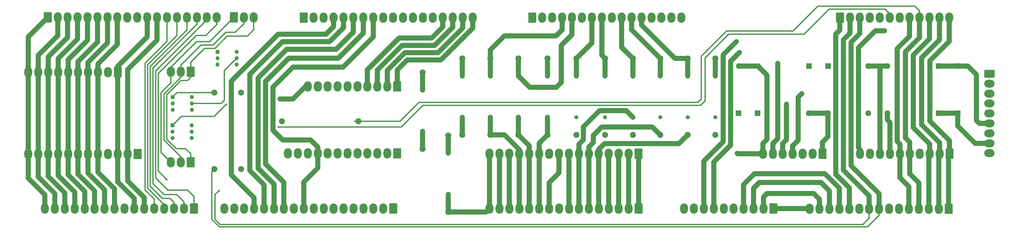
<source format=gbl>
G04 #@! TF.GenerationSoftware,KiCad,Pcbnew,5.1.12-84ad8e8a86~92~ubuntu20.04.1*
G04 #@! TF.CreationDate,2022-03-17T08:21:24-04:00*
G04 #@! TF.ProjectId,sys11-interconnect,73797331-312d-4696-9e74-6572636f6e6e,1.1*
G04 #@! TF.SameCoordinates,Original*
G04 #@! TF.FileFunction,Copper,L2,Bot*
G04 #@! TF.FilePolarity,Positive*
%FSLAX46Y46*%
G04 Gerber Fmt 4.6, Leading zero omitted, Abs format (unit mm)*
G04 Created by KiCad (PCBNEW 5.1.12-84ad8e8a86~92~ubuntu20.04.1) date 2022-03-17 08:21:24*
%MOMM*%
%LPD*%
G01*
G04 APERTURE LIST*
G04 #@! TA.AperFunction,ComponentPad*
%ADD10O,2.400000X2.400000*%
G04 #@! TD*
G04 #@! TA.AperFunction,ComponentPad*
%ADD11C,2.400000*%
G04 #@! TD*
G04 #@! TA.AperFunction,ComponentPad*
%ADD12O,1.600000X1.600000*%
G04 #@! TD*
G04 #@! TA.AperFunction,ComponentPad*
%ADD13C,1.600000*%
G04 #@! TD*
G04 #@! TA.AperFunction,ComponentPad*
%ADD14C,2.300000*%
G04 #@! TD*
G04 #@! TA.AperFunction,ComponentPad*
%ADD15R,2.300000X2.300000*%
G04 #@! TD*
G04 #@! TA.AperFunction,ComponentPad*
%ADD16R,1.600000X1.600000*%
G04 #@! TD*
G04 #@! TA.AperFunction,ComponentPad*
%ADD17O,3.160000X4.100000*%
G04 #@! TD*
G04 #@! TA.AperFunction,ComponentPad*
%ADD18O,4.100000X3.160000*%
G04 #@! TD*
G04 #@! TA.AperFunction,ViaPad*
%ADD19C,0.800000*%
G04 #@! TD*
G04 #@! TA.AperFunction,Conductor*
%ADD20C,2.000000*%
G04 #@! TD*
G04 #@! TA.AperFunction,Conductor*
%ADD21C,0.500000*%
G04 #@! TD*
G04 APERTURE END LIST*
D10*
X127190500Y-114681000D03*
D11*
X157670500Y-114681000D03*
D12*
X299974000Y-96662000D03*
D13*
X299974000Y-113142000D03*
D10*
X299974000Y-89662000D03*
D11*
X299974000Y-120142000D03*
D12*
X288925000Y-96662000D03*
D13*
X288925000Y-113142000D03*
D10*
X288925000Y-89662000D03*
D11*
X288925000Y-120142000D03*
D12*
X278003000Y-96662000D03*
D13*
X278003000Y-113142000D03*
D10*
X278003000Y-89662000D03*
D11*
X278003000Y-120142000D03*
D12*
X267081000Y-96662000D03*
D13*
X267081000Y-113142000D03*
D10*
X267081000Y-89662000D03*
D11*
X267081000Y-120142000D03*
D12*
X256032000Y-96662000D03*
D13*
X256032000Y-113142000D03*
D10*
X256032000Y-89662000D03*
D11*
X256032000Y-120142000D03*
D12*
X244602000Y-96662000D03*
D13*
X244602000Y-113142000D03*
D10*
X244602000Y-89662000D03*
D11*
X244602000Y-120142000D03*
D12*
X233045000Y-96662000D03*
D13*
X233045000Y-113142000D03*
D10*
X233045000Y-89662000D03*
D11*
X233045000Y-120142000D03*
D12*
X221488000Y-96662000D03*
D13*
X221488000Y-113142000D03*
D10*
X221488000Y-89662000D03*
D11*
X221488000Y-120142000D03*
D12*
X210312000Y-96662000D03*
D13*
X210312000Y-113142000D03*
D10*
X210312000Y-89662000D03*
D11*
X210312000Y-120142000D03*
D12*
X199136000Y-96662000D03*
D13*
X199136000Y-113142000D03*
D10*
X199136000Y-89662000D03*
D11*
X199136000Y-120142000D03*
D12*
X183261000Y-102250000D03*
D13*
X183261000Y-118730000D03*
D10*
X183261000Y-95250000D03*
D11*
X183261000Y-125730000D03*
D12*
X193548000Y-127396000D03*
D13*
X193548000Y-143876000D03*
D10*
X193548000Y-120396000D03*
D11*
X193548000Y-150876000D03*
D14*
X337185000Y-111506000D03*
D15*
X316825000Y-111506000D03*
D14*
X344805000Y-111506000D03*
D15*
X309205000Y-111506000D03*
D14*
X368534000Y-111506000D03*
D15*
X388894000Y-111506000D03*
D14*
X360914000Y-111506000D03*
D15*
X396514000Y-111506000D03*
D14*
X316952000Y-92710000D03*
D15*
X337312000Y-92710000D03*
D14*
X309332000Y-92710000D03*
D15*
X344932000Y-92710000D03*
D14*
X368534000Y-92710000D03*
D15*
X388894000Y-92710000D03*
D14*
X360914000Y-92710000D03*
D15*
X396514000Y-92710000D03*
D12*
X126428500Y-105791000D03*
D13*
X126428500Y-93091000D03*
D12*
X131635500Y-105791000D03*
D13*
X131635500Y-93091000D03*
D12*
X91249500Y-116332000D03*
X83629500Y-121412000D03*
X91249500Y-118872000D03*
X83629500Y-118872000D03*
X91249500Y-121412000D03*
D16*
X83629500Y-116332000D03*
D12*
X91313000Y-105029000D03*
X83693000Y-110109000D03*
X91313000Y-107569000D03*
X83693000Y-107569000D03*
X91313000Y-110109000D03*
D16*
X83693000Y-105029000D03*
D12*
X109220000Y-86995000D03*
X101600000Y-92075000D03*
X109220000Y-89535000D03*
X101600000Y-89535000D03*
X109220000Y-92075000D03*
D16*
X101600000Y-86995000D03*
D10*
X110934500Y-103314500D03*
D11*
X110934500Y-133794500D03*
D10*
X100266500Y-103314500D03*
D11*
X100266500Y-133794500D03*
D17*
X137524500Y-100838000D03*
X141484500Y-100838000D03*
X145444500Y-100838000D03*
X149404500Y-100838000D03*
X153364500Y-100838000D03*
X157324500Y-100838000D03*
X161284500Y-100838000D03*
X165244500Y-100838000D03*
X169204500Y-100838000D03*
G04 #@! TA.AperFunction,ComponentPad*
G36*
G01*
X174744500Y-99038000D02*
X174744500Y-102638000D01*
G75*
G02*
X174494500Y-102888000I-250000J0D01*
G01*
X171834500Y-102888000D01*
G75*
G02*
X171584500Y-102638000I0J250000D01*
G01*
X171584500Y-99038000D01*
G75*
G02*
X171834500Y-98788000I250000J0D01*
G01*
X174494500Y-98788000D01*
G75*
G02*
X174744500Y-99038000I0J-250000D01*
G01*
G37*
G04 #@! TD.AperFunction*
X32766000Y-149479000D03*
X36726000Y-149479000D03*
X40686000Y-149479000D03*
X44646000Y-149479000D03*
X48606000Y-149479000D03*
X52566000Y-149479000D03*
X56526000Y-149479000D03*
X60486000Y-149479000D03*
X64446000Y-149479000D03*
X68406000Y-149479000D03*
X72366000Y-149479000D03*
X76326000Y-149479000D03*
X80286000Y-149479000D03*
X84246000Y-149479000D03*
X88206000Y-149479000D03*
G04 #@! TA.AperFunction,ComponentPad*
G36*
G01*
X93746000Y-147679000D02*
X93746000Y-151279000D01*
G75*
G02*
X93496000Y-151529000I-250000J0D01*
G01*
X90836000Y-151529000D01*
G75*
G02*
X90586000Y-151279000I0J250000D01*
G01*
X90586000Y-147679000D01*
G75*
G02*
X90836000Y-147429000I250000J0D01*
G01*
X93496000Y-147429000D01*
G75*
G02*
X93746000Y-147679000I0J-250000D01*
G01*
G37*
G04 #@! TD.AperFunction*
X26163000Y-127762000D03*
X30123000Y-127762000D03*
X34083000Y-127762000D03*
X38043000Y-127762000D03*
X42003000Y-127762000D03*
X45963000Y-127762000D03*
X49923000Y-127762000D03*
X53883000Y-127762000D03*
X57843000Y-127762000D03*
X61803000Y-127762000D03*
X65763000Y-127762000D03*
G04 #@! TA.AperFunction,ComponentPad*
G36*
G01*
X71303000Y-125962000D02*
X71303000Y-129562000D01*
G75*
G02*
X71053000Y-129812000I-250000J0D01*
G01*
X68393000Y-129812000D01*
G75*
G02*
X68143000Y-129562000I0J250000D01*
G01*
X68143000Y-125962000D01*
G75*
G02*
X68393000Y-125712000I250000J0D01*
G01*
X71053000Y-125712000D01*
G75*
G02*
X71303000Y-125962000I0J-250000D01*
G01*
G37*
G04 #@! TD.AperFunction*
X26162000Y-95123000D03*
X30122000Y-95123000D03*
X34082000Y-95123000D03*
X38042000Y-95123000D03*
X42002000Y-95123000D03*
X45962000Y-95123000D03*
X49922000Y-95123000D03*
X53882000Y-95123000D03*
X57842000Y-95123000D03*
G04 #@! TA.AperFunction,ComponentPad*
G36*
G01*
X63382000Y-93323000D02*
X63382000Y-96923000D01*
G75*
G02*
X63132000Y-97173000I-250000J0D01*
G01*
X60472000Y-97173000D01*
G75*
G02*
X60222000Y-96923000I0J250000D01*
G01*
X60222000Y-93323000D01*
G75*
G02*
X60472000Y-93073000I250000J0D01*
G01*
X63132000Y-93073000D01*
G75*
G02*
X63382000Y-93323000I0J-250000D01*
G01*
G37*
G04 #@! TD.AperFunction*
X82948500Y-131064000D03*
X86908500Y-131064000D03*
G04 #@! TA.AperFunction,ComponentPad*
G36*
G01*
X92448500Y-129264000D02*
X92448500Y-132864000D01*
G75*
G02*
X92198500Y-133114000I-250000J0D01*
G01*
X89538500Y-133114000D01*
G75*
G02*
X89288500Y-132864000I0J250000D01*
G01*
X89288500Y-129264000D01*
G75*
G02*
X89538500Y-129014000I250000J0D01*
G01*
X92198500Y-129014000D01*
G75*
G02*
X92448500Y-129264000I0J-250000D01*
G01*
G37*
G04 #@! TD.AperFunction*
X82948500Y-94996000D03*
X86908500Y-94996000D03*
G04 #@! TA.AperFunction,ComponentPad*
G36*
G01*
X92448500Y-93196000D02*
X92448500Y-96796000D01*
G75*
G02*
X92198500Y-97046000I-250000J0D01*
G01*
X89538500Y-97046000D01*
G75*
G02*
X89288500Y-96796000I0J250000D01*
G01*
X89288500Y-93196000D01*
G75*
G02*
X89538500Y-92946000I250000J0D01*
G01*
X92198500Y-92946000D01*
G75*
G02*
X92448500Y-93196000I0J-250000D01*
G01*
G37*
G04 #@! TD.AperFunction*
X104257000Y-149479000D03*
X108217000Y-149479000D03*
X112177000Y-149479000D03*
X116137000Y-149479000D03*
X120097000Y-149479000D03*
X124057000Y-149479000D03*
X128017000Y-149479000D03*
X131977000Y-149479000D03*
X135937000Y-149479000D03*
X139897000Y-149479000D03*
X143857000Y-149479000D03*
X147817000Y-149479000D03*
X151777000Y-149479000D03*
X155737000Y-149479000D03*
X159697000Y-149479000D03*
X163657000Y-149479000D03*
X167617000Y-149479000D03*
G04 #@! TA.AperFunction,ComponentPad*
G36*
G01*
X173157000Y-147679000D02*
X173157000Y-151279000D01*
G75*
G02*
X172907000Y-151529000I-250000J0D01*
G01*
X170247000Y-151529000D01*
G75*
G02*
X169997000Y-151279000I0J250000D01*
G01*
X169997000Y-147679000D01*
G75*
G02*
X170247000Y-147429000I250000J0D01*
G01*
X172907000Y-147429000D01*
G75*
G02*
X173157000Y-147679000I0J-250000D01*
G01*
G37*
G04 #@! TD.AperFunction*
X129604500Y-127508000D03*
X133564500Y-127508000D03*
X137524500Y-127508000D03*
X141484500Y-127508000D03*
X145444500Y-127508000D03*
X149404500Y-127508000D03*
X153364500Y-127508000D03*
X157324500Y-127508000D03*
X161284500Y-127508000D03*
X165244500Y-127508000D03*
X169204500Y-127508000D03*
G04 #@! TA.AperFunction,ComponentPad*
G36*
G01*
X174744500Y-125708000D02*
X174744500Y-129308000D01*
G75*
G02*
X174494500Y-129558000I-250000J0D01*
G01*
X171834500Y-129558000D01*
G75*
G02*
X171584500Y-129308000I0J250000D01*
G01*
X171584500Y-125708000D01*
G75*
G02*
X171834500Y-125458000I250000J0D01*
G01*
X174494500Y-125458000D01*
G75*
G02*
X174744500Y-125708000I0J-250000D01*
G01*
G37*
G04 #@! TD.AperFunction*
X209967000Y-149479000D03*
X213927000Y-149479000D03*
X217887000Y-149479000D03*
X221847000Y-149479000D03*
X225807000Y-149479000D03*
X229767000Y-149479000D03*
X233727000Y-149479000D03*
X237687000Y-149479000D03*
X241647000Y-149479000D03*
X245607000Y-149479000D03*
X249567000Y-149479000D03*
X253527000Y-149479000D03*
X257487000Y-149479000D03*
X261447000Y-149479000D03*
X265407000Y-149479000D03*
G04 #@! TA.AperFunction,ComponentPad*
G36*
G01*
X270947000Y-147679000D02*
X270947000Y-151279000D01*
G75*
G02*
X270697000Y-151529000I-250000J0D01*
G01*
X268037000Y-151529000D01*
G75*
G02*
X267787000Y-151279000I0J250000D01*
G01*
X267787000Y-147679000D01*
G75*
G02*
X268037000Y-147429000I250000J0D01*
G01*
X270697000Y-147429000D01*
G75*
G02*
X270947000Y-147679000I0J-250000D01*
G01*
G37*
G04 #@! TD.AperFunction*
X209931000Y-127635000D03*
X213891000Y-127635000D03*
X217851000Y-127635000D03*
X221811000Y-127635000D03*
X225771000Y-127635000D03*
X229731000Y-127635000D03*
X233691000Y-127635000D03*
X237651000Y-127635000D03*
X241611000Y-127635000D03*
X245571000Y-127635000D03*
X249531000Y-127635000D03*
X253491000Y-127635000D03*
X257451000Y-127635000D03*
X261411000Y-127635000D03*
X265371000Y-127635000D03*
G04 #@! TA.AperFunction,ComponentPad*
G36*
G01*
X270911000Y-125835000D02*
X270911000Y-129435000D01*
G75*
G02*
X270661000Y-129685000I-250000J0D01*
G01*
X268001000Y-129685000D01*
G75*
G02*
X267751000Y-129435000I0J250000D01*
G01*
X267751000Y-125835000D01*
G75*
G02*
X268001000Y-125585000I250000J0D01*
G01*
X270661000Y-125585000D01*
G75*
G02*
X270911000Y-125835000I0J-250000D01*
G01*
G37*
G04 #@! TD.AperFunction*
X287448000Y-149479000D03*
X291408000Y-149479000D03*
X295368000Y-149479000D03*
X299328000Y-149479000D03*
X303288000Y-149479000D03*
X307248000Y-149479000D03*
X311208000Y-149479000D03*
X315168000Y-149479000D03*
X319128000Y-149479000D03*
G04 #@! TA.AperFunction,ComponentPad*
G36*
G01*
X324668000Y-147679000D02*
X324668000Y-151279000D01*
G75*
G02*
X324418000Y-151529000I-250000J0D01*
G01*
X321758000Y-151529000D01*
G75*
G02*
X321508000Y-151279000I0J250000D01*
G01*
X321508000Y-147679000D01*
G75*
G02*
X321758000Y-147429000I250000J0D01*
G01*
X324418000Y-147429000D01*
G75*
G02*
X324668000Y-147679000I0J-250000D01*
G01*
G37*
G04 #@! TD.AperFunction*
X318886000Y-127635000D03*
X322846000Y-127635000D03*
X326806000Y-127635000D03*
X330766000Y-127635000D03*
X334726000Y-127635000D03*
X338686000Y-127635000D03*
G04 #@! TA.AperFunction,ComponentPad*
G36*
G01*
X344226000Y-125835000D02*
X344226000Y-129435000D01*
G75*
G02*
X343976000Y-129685000I-250000J0D01*
G01*
X341316000Y-129685000D01*
G75*
G02*
X341066000Y-129435000I0J250000D01*
G01*
X341066000Y-125835000D01*
G75*
G02*
X341316000Y-125585000I250000J0D01*
G01*
X343976000Y-125585000D01*
G75*
G02*
X344226000Y-125835000I0J-250000D01*
G01*
G37*
G04 #@! TD.AperFunction*
X337498000Y-149606000D03*
X341458000Y-149606000D03*
X345418000Y-149606000D03*
X349378000Y-149606000D03*
X353338000Y-149606000D03*
X357298000Y-149606000D03*
X361258000Y-149606000D03*
X365218000Y-149606000D03*
X369178000Y-149606000D03*
X373138000Y-149606000D03*
X377098000Y-149606000D03*
X381058000Y-149606000D03*
X385018000Y-149606000D03*
X388978000Y-149606000D03*
G04 #@! TA.AperFunction,ComponentPad*
G36*
G01*
X394518000Y-147806000D02*
X394518000Y-151406000D01*
G75*
G02*
X394268000Y-151656000I-250000J0D01*
G01*
X391608000Y-151656000D01*
G75*
G02*
X391358000Y-151406000I0J250000D01*
G01*
X391358000Y-147806000D01*
G75*
G02*
X391608000Y-147556000I250000J0D01*
G01*
X394268000Y-147556000D01*
G75*
G02*
X394518000Y-147806000I0J-250000D01*
G01*
G37*
G04 #@! TD.AperFunction*
X357632000Y-127635000D03*
X361592000Y-127635000D03*
X365552000Y-127635000D03*
X369512000Y-127635000D03*
X373472000Y-127635000D03*
X377432000Y-127635000D03*
X381392000Y-127635000D03*
X385352000Y-127635000D03*
X389312000Y-127635000D03*
G04 #@! TA.AperFunction,ComponentPad*
G36*
G01*
X394852000Y-125835000D02*
X394852000Y-129435000D01*
G75*
G02*
X394602000Y-129685000I-250000J0D01*
G01*
X391942000Y-129685000D01*
G75*
G02*
X391692000Y-129435000I0J250000D01*
G01*
X391692000Y-125835000D01*
G75*
G02*
X391942000Y-125585000I250000J0D01*
G01*
X394602000Y-125585000D01*
G75*
G02*
X394852000Y-125835000I0J-250000D01*
G01*
G37*
G04 #@! TD.AperFunction*
D18*
X409194000Y-127438000D03*
X409194000Y-123478000D03*
X409194000Y-119518000D03*
X409194000Y-115558000D03*
X409194000Y-111598000D03*
X409194000Y-107638000D03*
X409194000Y-103678000D03*
X409194000Y-99718000D03*
G04 #@! TA.AperFunction,ComponentPad*
G36*
G01*
X407394000Y-94178000D02*
X410994000Y-94178000D01*
G75*
G02*
X411244000Y-94428000I0J-250000D01*
G01*
X411244000Y-97088000D01*
G75*
G02*
X410994000Y-97338000I-250000J0D01*
G01*
X407394000Y-97338000D01*
G75*
G02*
X407144000Y-97088000I0J250000D01*
G01*
X407144000Y-94428000D01*
G75*
G02*
X407394000Y-94178000I250000J0D01*
G01*
G37*
G04 #@! TD.AperFunction*
D17*
X393191000Y-73406000D03*
X389231000Y-73406000D03*
X385271000Y-73406000D03*
X381311000Y-73406000D03*
X377351000Y-73406000D03*
X373391000Y-73406000D03*
X369431000Y-73406000D03*
X365471000Y-73406000D03*
X361511000Y-73406000D03*
X357551000Y-73406000D03*
X353591000Y-73406000D03*
G04 #@! TA.AperFunction,ComponentPad*
G36*
G01*
X348051000Y-75206000D02*
X348051000Y-71606000D01*
G75*
G02*
X348301000Y-71356000I250000J0D01*
G01*
X350961000Y-71356000D01*
G75*
G02*
X351211000Y-71606000I0J-250000D01*
G01*
X351211000Y-75206000D01*
G75*
G02*
X350961000Y-75456000I-250000J0D01*
G01*
X348301000Y-75456000D01*
G75*
G02*
X348051000Y-75206000I0J250000D01*
G01*
G37*
G04 #@! TD.AperFunction*
X286385000Y-73406000D03*
X282425000Y-73406000D03*
X278465000Y-73406000D03*
X274505000Y-73406000D03*
X270545000Y-73406000D03*
X266585000Y-73406000D03*
X262625000Y-73406000D03*
X258665000Y-73406000D03*
X254705000Y-73406000D03*
X250745000Y-73406000D03*
X246785000Y-73406000D03*
X242825000Y-73406000D03*
X238865000Y-73406000D03*
X234905000Y-73406000D03*
X230945000Y-73406000D03*
G04 #@! TA.AperFunction,ComponentPad*
G36*
G01*
X225405000Y-75206000D02*
X225405000Y-71606000D01*
G75*
G02*
X225655000Y-71356000I250000J0D01*
G01*
X228315000Y-71356000D01*
G75*
G02*
X228565000Y-71606000I0J-250000D01*
G01*
X228565000Y-75206000D01*
G75*
G02*
X228315000Y-75456000I-250000J0D01*
G01*
X225655000Y-75456000D01*
G75*
G02*
X225405000Y-75206000I0J250000D01*
G01*
G37*
G04 #@! TD.AperFunction*
X203210000Y-73406000D03*
X199250000Y-73406000D03*
X195290000Y-73406000D03*
X191330000Y-73406000D03*
X187370000Y-73406000D03*
X183410000Y-73406000D03*
X179450000Y-73406000D03*
X175490000Y-73406000D03*
X171530000Y-73406000D03*
X167570000Y-73406000D03*
X163610000Y-73406000D03*
X159650000Y-73406000D03*
X155690000Y-73406000D03*
X151730000Y-73406000D03*
X147770000Y-73406000D03*
X143810000Y-73406000D03*
X139850000Y-73406000D03*
G04 #@! TA.AperFunction,ComponentPad*
G36*
G01*
X134310000Y-75206000D02*
X134310000Y-71606000D01*
G75*
G02*
X134560000Y-71356000I250000J0D01*
G01*
X137220000Y-71356000D01*
G75*
G02*
X137470000Y-71606000I0J-250000D01*
G01*
X137470000Y-75206000D01*
G75*
G02*
X137220000Y-75456000I-250000J0D01*
G01*
X134560000Y-75456000D01*
G75*
G02*
X134310000Y-75206000I0J250000D01*
G01*
G37*
G04 #@! TD.AperFunction*
X115997000Y-73279000D03*
X112037000Y-73279000D03*
G04 #@! TA.AperFunction,ComponentPad*
G36*
G01*
X106497000Y-75079000D02*
X106497000Y-71479000D01*
G75*
G02*
X106747000Y-71229000I250000J0D01*
G01*
X109407000Y-71229000D01*
G75*
G02*
X109657000Y-71479000I0J-250000D01*
G01*
X109657000Y-75079000D01*
G75*
G02*
X109407000Y-75329000I-250000J0D01*
G01*
X106747000Y-75329000D01*
G75*
G02*
X106497000Y-75079000I0J250000D01*
G01*
G37*
G04 #@! TD.AperFunction*
X101229000Y-73279000D03*
X97269000Y-73279000D03*
X93309000Y-73279000D03*
X89349000Y-73279000D03*
X85389000Y-73279000D03*
X81429000Y-73279000D03*
X77469000Y-73279000D03*
X73509000Y-73279000D03*
X69549000Y-73279000D03*
X65589000Y-73279000D03*
X61629000Y-73279000D03*
X57669000Y-73279000D03*
X53709000Y-73279000D03*
X49749000Y-73279000D03*
X45789000Y-73279000D03*
X41829000Y-73279000D03*
X37869000Y-73279000D03*
G04 #@! TA.AperFunction,ComponentPad*
G36*
G01*
X32329000Y-75079000D02*
X32329000Y-71479000D01*
G75*
G02*
X32579000Y-71229000I250000J0D01*
G01*
X35239000Y-71229000D01*
G75*
G02*
X35489000Y-71479000I0J-250000D01*
G01*
X35489000Y-75079000D01*
G75*
G02*
X35239000Y-75329000I-250000J0D01*
G01*
X32579000Y-75329000D01*
G75*
G02*
X32329000Y-75079000I0J250000D01*
G01*
G37*
G04 #@! TD.AperFunction*
D19*
X308673500Y-127508000D03*
X81280000Y-137985500D03*
X65722500Y-101028500D03*
X125857000Y-116967000D03*
X309562500Y-87249000D03*
X308356000Y-82931000D03*
X102171500Y-142367000D03*
X328295000Y-107823000D03*
X334408500Y-103678000D03*
X324866000Y-91630500D03*
X367411000Y-78676500D03*
X367411000Y-78676500D03*
X104965500Y-108013500D03*
D20*
X365552000Y-92756000D02*
X365506000Y-92710000D01*
X365552000Y-127635000D02*
X365552000Y-92756000D01*
X365506000Y-92710000D02*
X368534000Y-92710000D01*
X360914000Y-92710000D02*
X365506000Y-92710000D01*
X388894000Y-92710000D02*
X396514000Y-92710000D01*
X405144000Y-115558000D02*
X403987000Y-114401000D01*
X409194000Y-115558000D02*
X405144000Y-115558000D01*
X403987000Y-114401000D02*
X403987000Y-96075500D01*
X400621500Y-92710000D02*
X396514000Y-92710000D01*
X403987000Y-96075500D02*
X400621500Y-92710000D01*
X316952000Y-92710000D02*
X309332000Y-92710000D01*
X318886000Y-123585000D02*
X318886000Y-127635000D01*
X320548000Y-121923000D02*
X318886000Y-123585000D01*
X320548000Y-96306000D02*
X320548000Y-121923000D01*
X316952000Y-92710000D02*
X320548000Y-96306000D01*
X318886000Y-127635000D02*
X308927500Y-127635000D01*
X308800500Y-127635000D02*
X308673500Y-127508000D01*
X308927500Y-127635000D02*
X308800500Y-127635000D01*
X368534000Y-111506000D02*
X368534000Y-114153000D01*
X369512000Y-115131000D02*
X369512000Y-127635000D01*
X368534000Y-114153000D02*
X369512000Y-115131000D01*
X388894000Y-111506000D02*
X396514000Y-111506000D01*
X409194000Y-123478000D02*
X403449500Y-123478000D01*
X396514000Y-116542500D02*
X396514000Y-111506000D01*
X403449500Y-123478000D02*
X396514000Y-116542500D01*
X337185000Y-111506000D02*
X344805000Y-111506000D01*
X344805000Y-111506000D02*
X344805000Y-120904000D01*
X342646000Y-123063000D02*
X342646000Y-127635000D01*
X344805000Y-120904000D02*
X342646000Y-123063000D01*
D21*
X81280000Y-137922000D02*
X81280000Y-137985500D01*
X77914500Y-134556500D02*
X81280000Y-137922000D01*
X77914500Y-95694500D02*
X77914500Y-134556500D01*
X93091000Y-80518000D02*
X77914500Y-95694500D01*
X96901000Y-80518000D02*
X93091000Y-80518000D01*
X101229000Y-76190000D02*
X96901000Y-80518000D01*
X101229000Y-73279000D02*
X101229000Y-76190000D01*
X92166000Y-144680500D02*
X92166000Y-149479000D01*
X89662000Y-142176500D02*
X92166000Y-144680500D01*
X81724500Y-142176500D02*
X89662000Y-142176500D01*
X76898500Y-137350500D02*
X81724500Y-142176500D01*
X76898500Y-94678500D02*
X76898500Y-137350500D01*
X97269000Y-74308000D02*
X76898500Y-94678500D01*
X97269000Y-73279000D02*
X97269000Y-74308000D01*
X88206000Y-146816500D02*
X88206000Y-149479000D01*
X85344000Y-143954500D02*
X88206000Y-146816500D01*
X80200500Y-143954500D02*
X85344000Y-143954500D01*
X75819000Y-139573000D02*
X80200500Y-143954500D01*
X75819000Y-93472000D02*
X75819000Y-139573000D01*
X93309000Y-75982000D02*
X75819000Y-93472000D01*
X93309000Y-73279000D02*
X93309000Y-75982000D01*
X84246000Y-147047500D02*
X84246000Y-149479000D01*
X82613500Y-145415000D02*
X84246000Y-147047500D01*
X79562867Y-145415000D02*
X82613500Y-145415000D01*
X74739500Y-140591633D02*
X79562867Y-145415000D01*
X74739500Y-92900500D02*
X74739500Y-140591633D01*
X89349000Y-78291000D02*
X74739500Y-92900500D01*
X89349000Y-73279000D02*
X89349000Y-78291000D01*
X73723500Y-141414500D02*
X80286000Y-147977000D01*
X73723500Y-92202000D02*
X73723500Y-141414500D01*
X85389000Y-80536500D02*
X73723500Y-92202000D01*
X80286000Y-147977000D02*
X80286000Y-149479000D01*
X85389000Y-73279000D02*
X85389000Y-80536500D01*
X72707500Y-142113000D02*
X76326000Y-145731500D01*
X72707500Y-91567000D02*
X72707500Y-142113000D01*
X76326000Y-145731500D02*
X76326000Y-149479000D01*
X81429000Y-82845500D02*
X72707500Y-91567000D01*
X81429000Y-73279000D02*
X81429000Y-82845500D01*
D20*
X65763000Y-127762000D02*
X65763000Y-94066500D01*
X77469000Y-82360500D02*
X77469000Y-73279000D01*
X65763000Y-94066500D02*
X77469000Y-82360500D01*
X72366000Y-145137000D02*
X72366000Y-149479000D01*
X65763000Y-138534000D02*
X72366000Y-145137000D01*
X65763000Y-127762000D02*
X65763000Y-138534000D01*
X61803000Y-95124000D02*
X61802000Y-95123000D01*
X61803000Y-127762000D02*
X61803000Y-95124000D01*
X61802000Y-95123000D02*
X61802000Y-92820500D01*
X73509000Y-81113500D02*
X73509000Y-73279000D01*
X61802000Y-92820500D02*
X73509000Y-81113500D01*
X68406000Y-145431500D02*
X68406000Y-149479000D01*
X61803000Y-138828500D02*
X68406000Y-145431500D01*
X61803000Y-127762000D02*
X61803000Y-138828500D01*
X53883000Y-95124000D02*
X53882000Y-95123000D01*
X53883000Y-127762000D02*
X53883000Y-95124000D01*
X53882000Y-95123000D02*
X53882000Y-91850500D01*
X61629000Y-84103500D02*
X61629000Y-73279000D01*
X53882000Y-91850500D02*
X61629000Y-84103500D01*
X60486000Y-141639000D02*
X60486000Y-149479000D01*
X53883000Y-135036000D02*
X60486000Y-141639000D01*
X53883000Y-127762000D02*
X53883000Y-135036000D01*
X49923000Y-95124000D02*
X49922000Y-95123000D01*
X49923000Y-127762000D02*
X49923000Y-95124000D01*
X49922000Y-95123000D02*
X49922000Y-91238500D01*
X57669000Y-83491500D02*
X57669000Y-73279000D01*
X49922000Y-91238500D02*
X57669000Y-83491500D01*
X56526000Y-141997000D02*
X56526000Y-149479000D01*
X49923000Y-135394000D02*
X56526000Y-141997000D01*
X49923000Y-127762000D02*
X49923000Y-135394000D01*
X45963000Y-95124000D02*
X45962000Y-95123000D01*
X45963000Y-127762000D02*
X45963000Y-95124000D01*
X45962000Y-95123000D02*
X45962000Y-90880500D01*
X53709000Y-83133500D02*
X53709000Y-73279000D01*
X45962000Y-90880500D02*
X53709000Y-83133500D01*
X52566000Y-142355000D02*
X52566000Y-149479000D01*
X45963000Y-135752000D02*
X52566000Y-142355000D01*
X45963000Y-127762000D02*
X45963000Y-135752000D01*
X42002000Y-127761000D02*
X42003000Y-127762000D01*
X42002000Y-95123000D02*
X42002000Y-127761000D01*
X42002000Y-95123000D02*
X42002000Y-90141500D01*
X49749000Y-82394500D02*
X49749000Y-73279000D01*
X42002000Y-90141500D02*
X49749000Y-82394500D01*
X48606000Y-142649500D02*
X48606000Y-149479000D01*
X42003000Y-136046500D02*
X48606000Y-142649500D01*
X42003000Y-127762000D02*
X42003000Y-136046500D01*
X38043000Y-95124000D02*
X38042000Y-95123000D01*
X38043000Y-127762000D02*
X38043000Y-95124000D01*
X38042000Y-95123000D02*
X38042000Y-89656500D01*
X45789000Y-81909500D02*
X45789000Y-73279000D01*
X38042000Y-89656500D02*
X45789000Y-81909500D01*
X44646000Y-142944000D02*
X44646000Y-149479000D01*
X38043000Y-136341000D02*
X44646000Y-142944000D01*
X38043000Y-127762000D02*
X38043000Y-136341000D01*
X34083000Y-95124000D02*
X34082000Y-95123000D01*
X34083000Y-127762000D02*
X34083000Y-95124000D01*
X34082000Y-95123000D02*
X34082000Y-89044500D01*
X41829000Y-81297500D02*
X41829000Y-73279000D01*
X34082000Y-89044500D02*
X41829000Y-81297500D01*
X40686000Y-143238500D02*
X40686000Y-149479000D01*
X34083000Y-136635500D02*
X40686000Y-143238500D01*
X34083000Y-127762000D02*
X34083000Y-136635500D01*
X30123000Y-95124000D02*
X30122000Y-95123000D01*
X30123000Y-127762000D02*
X30123000Y-95124000D01*
X30122000Y-95123000D02*
X30122000Y-88369000D01*
X37869000Y-80622000D02*
X37869000Y-73279000D01*
X30122000Y-88369000D02*
X37869000Y-80622000D01*
D21*
X109220000Y-89535000D02*
X104267000Y-94488000D01*
X104267000Y-106299000D02*
X102997000Y-107569000D01*
X104267000Y-94488000D02*
X104267000Y-106299000D01*
X91313000Y-107569000D02*
X102997000Y-107569000D01*
D20*
X36726000Y-143533000D02*
X36726000Y-149479000D01*
X30123000Y-136930000D02*
X36726000Y-143533000D01*
X30123000Y-127762000D02*
X30123000Y-136930000D01*
X26162000Y-127761000D02*
X26163000Y-127762000D01*
X26162000Y-95123000D02*
X26162000Y-127761000D01*
X26162000Y-81026000D02*
X33909000Y-73279000D01*
X26162000Y-95123000D02*
X26162000Y-81026000D01*
X32766000Y-144018000D02*
X32766000Y-149479000D01*
X26163000Y-137415000D02*
X32766000Y-144018000D01*
X26163000Y-127762000D02*
X26163000Y-137415000D01*
D21*
X115997000Y-78249500D02*
X115997000Y-73279000D01*
X113474500Y-80772000D02*
X115997000Y-78249500D01*
X100520500Y-85661500D02*
X105410000Y-80772000D01*
X105410000Y-80772000D02*
X113474500Y-80772000D01*
X90868500Y-91186000D02*
X96393000Y-85661500D01*
X96393000Y-85661500D02*
X100520500Y-85661500D01*
X90868500Y-94996000D02*
X90868500Y-91186000D01*
X85026500Y-125603000D02*
X88773000Y-125603000D01*
X81343500Y-121920000D02*
X85026500Y-125603000D01*
X81343500Y-104140000D02*
X81343500Y-121920000D01*
X89598500Y-98488500D02*
X86995000Y-98488500D01*
X90868500Y-127698500D02*
X90868500Y-131064000D01*
X88773000Y-125603000D02*
X90868500Y-127698500D01*
X90868500Y-97218500D02*
X89598500Y-98488500D01*
X86995000Y-98488500D02*
X81343500Y-104140000D01*
X90868500Y-94996000D02*
X90868500Y-97218500D01*
X86908500Y-94996000D02*
X86908500Y-92352000D01*
X86908500Y-92352000D02*
X94932500Y-84328000D01*
X94932500Y-84328000D02*
X99758500Y-84328000D01*
X99758500Y-84328000D02*
X104838500Y-79248000D01*
X112037000Y-75829000D02*
X112037000Y-73279000D01*
X108618000Y-79248000D02*
X112037000Y-75829000D01*
X104838500Y-79248000D02*
X108618000Y-79248000D01*
X86908500Y-128818500D02*
X86908500Y-131064000D01*
X80264000Y-122174000D02*
X86908500Y-128818500D01*
X80264000Y-103886000D02*
X80264000Y-122174000D01*
X86908500Y-97241500D02*
X80264000Y-103886000D01*
X86908500Y-94996000D02*
X86908500Y-97241500D01*
X82948500Y-94996000D02*
X82948500Y-93200500D01*
X82948500Y-93200500D02*
X93218000Y-82931000D01*
X98425000Y-82931000D02*
X108077000Y-73279000D01*
X93218000Y-82931000D02*
X98425000Y-82931000D01*
X79057500Y-127173000D02*
X82948500Y-131064000D01*
X79057500Y-103251000D02*
X79057500Y-127173000D01*
X82948500Y-99360000D02*
X79057500Y-103251000D01*
X82948500Y-94996000D02*
X82948500Y-99360000D01*
D20*
X190563500Y-90233500D02*
X177165000Y-90233500D01*
X203210000Y-77587000D02*
X190563500Y-90233500D01*
X203210000Y-73406000D02*
X203210000Y-77587000D01*
X173164500Y-94234000D02*
X177165000Y-90233500D01*
X173164500Y-100838000D02*
X173164500Y-94234000D01*
X199250000Y-73406000D02*
X199250000Y-77546500D01*
X199250000Y-77546500D02*
X189420500Y-87376000D01*
X189420500Y-87376000D02*
X176212500Y-87376000D01*
X169204500Y-94384000D02*
X176212500Y-87376000D01*
X169204500Y-100838000D02*
X169204500Y-94384000D01*
X195290000Y-73406000D02*
X195290000Y-77252000D01*
X195290000Y-77252000D02*
X188023500Y-84518500D01*
X188023500Y-84518500D02*
X175069500Y-84518500D01*
X165244500Y-94343500D02*
X175069500Y-84518500D01*
X165244500Y-100838000D02*
X165244500Y-94343500D01*
X186944000Y-81534000D02*
X173926500Y-81534000D01*
X191330000Y-77148000D02*
X186944000Y-81534000D01*
X191330000Y-73406000D02*
X191330000Y-77148000D01*
X161284500Y-94176000D02*
X173926500Y-81534000D01*
X161284500Y-100838000D02*
X161284500Y-94176000D01*
X151574500Y-93091000D02*
X131635500Y-93091000D01*
X163610000Y-81055500D02*
X151574500Y-93091000D01*
X163610000Y-73406000D02*
X163610000Y-81055500D01*
X135937000Y-138891000D02*
X135937000Y-149479000D01*
X141484500Y-133343500D02*
X135937000Y-138891000D01*
X141484500Y-127508000D02*
X141484500Y-133343500D01*
X141484500Y-124974500D02*
X141484500Y-127508000D01*
X138684000Y-122174000D02*
X141484500Y-124974500D01*
X127508000Y-122174000D02*
X138684000Y-122174000D01*
X123634500Y-118300500D02*
X127508000Y-122174000D01*
X123634500Y-101092000D02*
X123634500Y-118300500D01*
X131635500Y-93091000D02*
X123634500Y-101092000D01*
X126428500Y-93091000D02*
X129921000Y-89598500D01*
X129921000Y-89598500D02*
X149669500Y-89598500D01*
X159650000Y-79618000D02*
X159650000Y-73406000D01*
X149669500Y-89598500D02*
X159650000Y-79618000D01*
X120713500Y-98806000D02*
X126428500Y-93091000D01*
X120713500Y-131762500D02*
X120713500Y-98806000D01*
X128017000Y-139066000D02*
X120713500Y-131762500D01*
X128017000Y-149479000D02*
X128017000Y-139066000D01*
X155690000Y-79196500D02*
X155690000Y-73406000D01*
X148844000Y-86042500D02*
X155690000Y-79196500D01*
X129095500Y-86042500D02*
X148844000Y-86042500D01*
X117729000Y-97409000D02*
X129095500Y-86042500D01*
X117729000Y-133477000D02*
X117729000Y-97409000D01*
X124057000Y-139805000D02*
X117729000Y-133477000D01*
X124057000Y-149479000D02*
X124057000Y-139805000D01*
X146191500Y-82994500D02*
X151730000Y-77456000D01*
X127444500Y-82994500D02*
X146191500Y-82994500D01*
X114427000Y-96012000D02*
X127444500Y-82994500D01*
X151730000Y-77456000D02*
X151730000Y-73406000D01*
X114427000Y-134366000D02*
X114427000Y-96012000D01*
X120097000Y-140036000D02*
X114427000Y-134366000D01*
X120097000Y-149479000D02*
X120097000Y-140036000D01*
X107061000Y-136144000D02*
X116137000Y-145220000D01*
X144780000Y-80010000D02*
X125730000Y-80010000D01*
X116137000Y-145220000D02*
X116137000Y-149479000D01*
X107061000Y-98679000D02*
X107061000Y-136144000D01*
X147770000Y-77020000D02*
X144780000Y-80010000D01*
X125730000Y-80010000D02*
X107061000Y-98679000D01*
X147770000Y-73406000D02*
X147770000Y-77020000D01*
X269331000Y-149443000D02*
X269367000Y-149479000D01*
X269331000Y-127635000D02*
X269331000Y-149443000D01*
X265371000Y-149443000D02*
X265407000Y-149479000D01*
X265371000Y-127635000D02*
X265371000Y-149443000D01*
X261411000Y-149443000D02*
X261447000Y-149479000D01*
X261411000Y-127635000D02*
X261411000Y-149443000D01*
X299974000Y-89662000D02*
X299974000Y-96662000D01*
X288925000Y-89662000D02*
X288925000Y-96662000D01*
X270545000Y-73406000D02*
X270545000Y-76362000D01*
X283845000Y-89662000D02*
X288925000Y-89662000D01*
X270545000Y-76362000D02*
X283845000Y-89662000D01*
X278003000Y-89662000D02*
X278003000Y-96662000D01*
X266585000Y-78244000D02*
X278003000Y-89662000D01*
X266585000Y-73406000D02*
X266585000Y-78244000D01*
X267081000Y-89662000D02*
X267081000Y-96662000D01*
X262625000Y-85206000D02*
X267081000Y-89662000D01*
X262625000Y-73406000D02*
X262625000Y-85206000D01*
X256032000Y-89662000D02*
X256032000Y-96662000D01*
X254705000Y-88335000D02*
X256032000Y-89662000D01*
X254705000Y-73406000D02*
X254705000Y-88335000D01*
X244602000Y-89662000D02*
X244602000Y-96662000D01*
X250745000Y-83519000D02*
X244602000Y-89662000D01*
X250745000Y-73406000D02*
X250745000Y-83519000D01*
X233045000Y-89662000D02*
X233045000Y-96662000D01*
X221488000Y-89662000D02*
X221488000Y-96662000D01*
X242825000Y-73406000D02*
X242825000Y-80199500D01*
X242825000Y-80199500D02*
X238569500Y-84455000D01*
X238569500Y-84455000D02*
X238569500Y-99187000D01*
X238569500Y-99187000D02*
X236601000Y-101155500D01*
X225981500Y-101155500D02*
X221488000Y-96662000D01*
X236601000Y-101155500D02*
X225981500Y-101155500D01*
X210312000Y-89662000D02*
X210312000Y-96662000D01*
X238865000Y-73406000D02*
X238865000Y-78317500D01*
X238865000Y-78317500D02*
X236474000Y-80708500D01*
X236474000Y-80708500D02*
X215900000Y-80708500D01*
X210312000Y-86296500D02*
X210312000Y-89662000D01*
X215900000Y-80708500D02*
X210312000Y-86296500D01*
X199136000Y-89662000D02*
X199136000Y-96662000D01*
X183261000Y-95250000D02*
X183261000Y-102250000D01*
X193548000Y-120396000D02*
X193548000Y-127396000D01*
X392938000Y-127969000D02*
X393272000Y-127635000D01*
X392938000Y-149606000D02*
X392938000Y-127969000D01*
X393272000Y-127635000D02*
X393272000Y-122444500D01*
X393272000Y-122444500D02*
X385445000Y-114617500D01*
X385445000Y-114617500D02*
X385445000Y-90614500D01*
X393191000Y-82868500D02*
X393191000Y-73406000D01*
X385445000Y-90614500D02*
X393191000Y-82868500D01*
X388978000Y-127969000D02*
X389312000Y-127635000D01*
X388978000Y-149606000D02*
X388978000Y-127969000D01*
X389231000Y-82320000D02*
X389231000Y-73406000D01*
X382143000Y-89408000D02*
X389231000Y-82320000D01*
X382143000Y-116078000D02*
X382143000Y-89408000D01*
X389312000Y-123247000D02*
X382143000Y-116078000D01*
X389312000Y-127635000D02*
X389312000Y-123247000D01*
X385018000Y-127969000D02*
X385352000Y-127635000D01*
X385018000Y-149606000D02*
X385018000Y-127969000D01*
X385271000Y-81835000D02*
X385271000Y-73406000D01*
X378841000Y-88265000D02*
X385271000Y-81835000D01*
X385352000Y-123795500D02*
X378841000Y-117284500D01*
X378841000Y-117284500D02*
X378841000Y-88265000D01*
X385352000Y-127635000D02*
X385352000Y-123795500D01*
X381058000Y-149606000D02*
X381058000Y-139250000D01*
X377432000Y-135624000D02*
X377432000Y-127635000D01*
X381058000Y-139250000D02*
X377432000Y-135624000D01*
X375729500Y-86931500D02*
X381311000Y-81350000D01*
X375729500Y-121285000D02*
X375729500Y-86931500D01*
X377444000Y-122999500D02*
X375729500Y-121285000D01*
X381311000Y-81350000D02*
X381311000Y-73406000D01*
X377444000Y-127623000D02*
X377444000Y-122999500D01*
X377432000Y-127635000D02*
X377444000Y-127623000D01*
D21*
X379476000Y-68834000D02*
X381311000Y-70669000D01*
X381311000Y-70669000D02*
X381311000Y-73406000D01*
X304419000Y-78740000D02*
X330898500Y-78740000D01*
X340804500Y-68834000D02*
X379476000Y-68834000D01*
X294322500Y-88836500D02*
X304419000Y-78740000D01*
X294322500Y-105854500D02*
X294322500Y-88836500D01*
X292989000Y-107188000D02*
X294322500Y-105854500D01*
X330898500Y-78740000D02*
X340804500Y-68834000D01*
X181800500Y-107188000D02*
X292989000Y-107188000D01*
X174307500Y-114681000D02*
X181800500Y-107188000D01*
X156083000Y-114681000D02*
X174307500Y-114681000D01*
D20*
X377098000Y-149606000D02*
X377098000Y-140751000D01*
X373472000Y-137125000D02*
X373472000Y-127635000D01*
X377098000Y-140751000D02*
X373472000Y-137125000D01*
X377351000Y-80865000D02*
X377351000Y-73406000D01*
X372427500Y-85788500D02*
X377351000Y-80865000D01*
X372427500Y-122745500D02*
X372427500Y-85788500D01*
X373507000Y-123825000D02*
X372427500Y-122745500D01*
X373507000Y-127600000D02*
X373507000Y-123825000D01*
X373472000Y-127635000D02*
X373507000Y-127600000D01*
D21*
X369431000Y-71870000D02*
X369431000Y-73406000D01*
X367601500Y-70040500D02*
X369431000Y-71870000D01*
X295846500Y-89471500D02*
X305308000Y-80010000D01*
X295846500Y-106616500D02*
X295846500Y-89471500D01*
X345313000Y-70040500D02*
X367601500Y-70040500D01*
X335343500Y-80010000D02*
X345313000Y-70040500D01*
X305308000Y-80010000D02*
X335343500Y-80010000D01*
X294132000Y-108331000D02*
X295846500Y-106616500D01*
X174815500Y-116967000D02*
X183451500Y-108331000D01*
X183451500Y-108331000D02*
X294132000Y-108331000D01*
X125857000Y-116967000D02*
X174815500Y-116967000D01*
D20*
X306070000Y-90741500D02*
X309562500Y-87249000D01*
X306070000Y-124206000D02*
X306070000Y-90741500D01*
X299328000Y-130948000D02*
X306070000Y-124206000D01*
X299328000Y-149479000D02*
X299328000Y-130948000D01*
X303085500Y-88201500D02*
X308356000Y-82931000D01*
X303085500Y-122872500D02*
X303085500Y-88201500D01*
X295368000Y-130590000D02*
X303085500Y-122872500D01*
X295368000Y-149479000D02*
X295368000Y-130590000D01*
X357551000Y-79710000D02*
X357551000Y-73406000D01*
X354012500Y-132397500D02*
X354012500Y-83248500D01*
X365218000Y-143603000D02*
X354012500Y-132397500D01*
X354012500Y-83248500D02*
X357551000Y-79710000D01*
X365218000Y-149606000D02*
X365218000Y-143603000D01*
D21*
X99314000Y-134747000D02*
X100266500Y-133794500D01*
X102298500Y-156781500D02*
X99314000Y-153797000D01*
X360680000Y-156781500D02*
X102298500Y-156781500D01*
X365218000Y-152243500D02*
X360680000Y-156781500D01*
X99314000Y-153797000D02*
X99314000Y-134747000D01*
X365218000Y-149606000D02*
X365218000Y-152243500D01*
D20*
X353591000Y-79606000D02*
X353591000Y-73406000D01*
X351028000Y-82169000D02*
X353591000Y-79606000D01*
X351028000Y-134175500D02*
X351028000Y-82169000D01*
X361258000Y-144405500D02*
X351028000Y-134175500D01*
X361258000Y-149606000D02*
X361258000Y-144405500D01*
D21*
X100584000Y-143954500D02*
X102171500Y-142367000D01*
X102616000Y-155829000D02*
X100584000Y-153797000D01*
X358775000Y-155829000D02*
X102616000Y-155829000D01*
X100584000Y-153797000D02*
X100584000Y-143954500D01*
X361258000Y-153346000D02*
X358775000Y-155829000D01*
X361258000Y-149606000D02*
X361258000Y-153346000D01*
D20*
X349567500Y-78359000D02*
X349567500Y-73469500D01*
X349567500Y-73469500D02*
X349631000Y-73406000D01*
X347980000Y-79946500D02*
X349567500Y-78359000D01*
X347980000Y-135890000D02*
X347980000Y-79946500D01*
X353338000Y-141248000D02*
X347980000Y-135890000D01*
X353338000Y-149606000D02*
X353338000Y-141248000D01*
X326806000Y-127635000D02*
X326806000Y-123585000D01*
X326806000Y-123585000D02*
X328295000Y-122096000D01*
X328295000Y-122096000D02*
X328295000Y-107823000D01*
X361592000Y-127635000D02*
X361823000Y-127404000D01*
X332930500Y-105156000D02*
X334408500Y-103678000D01*
X332930500Y-122301000D02*
X332930500Y-105156000D01*
X330766000Y-124465500D02*
X332930500Y-122301000D01*
X330766000Y-127635000D02*
X330766000Y-124465500D01*
X324866000Y-91630500D02*
X324866000Y-121539000D01*
X322846000Y-123559000D02*
X322846000Y-127635000D01*
X324866000Y-121539000D02*
X322846000Y-123559000D01*
X356997000Y-85344000D02*
X363664500Y-78676500D01*
X356997000Y-125285500D02*
X356997000Y-85344000D01*
X357632000Y-125920500D02*
X356997000Y-125285500D01*
X363664500Y-78676500D02*
X367411000Y-78676500D01*
X357632000Y-127635000D02*
X357632000Y-125920500D01*
X337371000Y-149479000D02*
X337498000Y-149606000D01*
X323088000Y-149479000D02*
X337371000Y-149479000D01*
X319128000Y-149479000D02*
X319128000Y-144930000D01*
X319128000Y-144930000D02*
X320548000Y-143510000D01*
X320548000Y-143510000D02*
X339153500Y-143510000D01*
X341458000Y-145814500D02*
X341458000Y-149606000D01*
X339153500Y-143510000D02*
X341458000Y-145814500D01*
X345418000Y-142472000D02*
X345418000Y-149606000D01*
X342074500Y-139128500D02*
X345418000Y-142472000D01*
X317500000Y-139128500D02*
X342074500Y-139128500D01*
X315168000Y-141460500D02*
X317500000Y-139128500D01*
X315168000Y-149479000D02*
X315168000Y-141460500D01*
X349378000Y-141415500D02*
X349378000Y-149606000D01*
X343598500Y-135636000D02*
X349378000Y-141415500D01*
X315531500Y-135636000D02*
X343598500Y-135636000D01*
X311208000Y-139959500D02*
X315531500Y-135636000D01*
X311208000Y-149479000D02*
X311208000Y-139959500D01*
X209931000Y-149443000D02*
X209967000Y-149479000D01*
X209931000Y-127635000D02*
X209931000Y-149443000D01*
X208570000Y-150876000D02*
X209967000Y-149479000D01*
X193548000Y-150876000D02*
X208570000Y-150876000D01*
X193548000Y-143876000D02*
X193548000Y-150876000D01*
X213891000Y-149443000D02*
X213927000Y-149479000D01*
X213891000Y-127635000D02*
X213891000Y-149443000D01*
X183261000Y-118730000D02*
X183261000Y-125730000D01*
X217851000Y-149443000D02*
X217887000Y-149479000D01*
X217851000Y-127635000D02*
X217851000Y-149443000D01*
X199136000Y-120142000D02*
X199136000Y-113142000D01*
X221811000Y-149443000D02*
X221847000Y-149479000D01*
X221811000Y-127635000D02*
X221811000Y-149443000D01*
X210312000Y-120142000D02*
X210312000Y-113142000D01*
X221811000Y-127635000D02*
X221811000Y-125989500D01*
X215963500Y-120142000D02*
X210312000Y-120142000D01*
X221811000Y-125989500D02*
X215963500Y-120142000D01*
X225771000Y-149443000D02*
X225807000Y-149479000D01*
X225771000Y-127635000D02*
X225771000Y-149443000D01*
X221488000Y-120142000D02*
X221488000Y-113142000D01*
X225771000Y-124425000D02*
X221488000Y-120142000D01*
X225771000Y-127635000D02*
X225771000Y-124425000D01*
X229731000Y-149443000D02*
X229767000Y-149479000D01*
X229731000Y-127635000D02*
X229731000Y-149443000D01*
X233045000Y-120142000D02*
X233045000Y-113142000D01*
X229731000Y-123456000D02*
X233045000Y-120142000D01*
X229731000Y-127635000D02*
X229731000Y-123456000D01*
X237651000Y-127635000D02*
X237651000Y-135284500D01*
X233727000Y-139208500D02*
X233727000Y-149479000D01*
X237651000Y-135284500D02*
X233727000Y-139208500D01*
X241611000Y-149443000D02*
X241647000Y-149479000D01*
X241611000Y-127635000D02*
X241611000Y-149443000D01*
X245571000Y-149443000D02*
X245607000Y-149479000D01*
X245571000Y-127635000D02*
X245571000Y-149443000D01*
X253809500Y-110490000D02*
X264429000Y-110490000D01*
X247354990Y-116944510D02*
X253809500Y-110490000D01*
X247354990Y-122088010D02*
X247354990Y-116944510D01*
X264429000Y-110490000D02*
X267081000Y-113142000D01*
X245571000Y-123872000D02*
X247354990Y-122088010D01*
X245571000Y-127635000D02*
X245571000Y-123872000D01*
X249531000Y-149443000D02*
X249567000Y-149479000D01*
X249531000Y-127635000D02*
X249531000Y-149443000D01*
X274828000Y-116967000D02*
X278003000Y-120142000D01*
X254698500Y-116967000D02*
X274828000Y-116967000D01*
X249531000Y-127635000D02*
X249531000Y-124928500D01*
X249531000Y-124928500D02*
X251333000Y-123126500D01*
X251333000Y-120332500D02*
X254698500Y-116967000D01*
X251333000Y-123126500D02*
X251333000Y-120332500D01*
X253491000Y-149443000D02*
X253527000Y-149479000D01*
X253491000Y-127635000D02*
X253491000Y-149443000D01*
X253491000Y-127635000D02*
X253491000Y-126683500D01*
X253491000Y-125921500D02*
X253491000Y-127635000D01*
X255841500Y-123571000D02*
X253491000Y-125921500D01*
X285496000Y-123571000D02*
X255841500Y-123571000D01*
X288925000Y-120142000D02*
X285496000Y-123571000D01*
X257451000Y-149443000D02*
X257487000Y-149479000D01*
X257451000Y-127635000D02*
X257451000Y-149443000D01*
X126428500Y-105791000D02*
X131635500Y-105791000D01*
X136588500Y-100838000D02*
X131635500Y-105791000D01*
X137524500Y-100838000D02*
X136588500Y-100838000D01*
D21*
X85407500Y-103314500D02*
X83693000Y-105029000D01*
X100266500Y-103314500D02*
X85407500Y-103314500D01*
X87185500Y-112776000D02*
X83629500Y-116332000D01*
X87185500Y-112776000D02*
X100203000Y-112776000D01*
X100203000Y-112776000D02*
X104965500Y-108013500D01*
M02*

</source>
